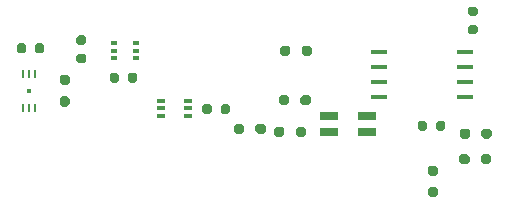
<source format=gtp>
%TF.GenerationSoftware,KiCad,Pcbnew,(5.1.9)-1*%
%TF.CreationDate,2021-02-11T09:32:34-08:00*%
%TF.ProjectId,KNH002rev4,4b4e4830-3032-4726-9576-342e6b696361,rev?*%
%TF.SameCoordinates,Original*%
%TF.FileFunction,Paste,Top*%
%TF.FilePolarity,Positive*%
%FSLAX46Y46*%
G04 Gerber Fmt 4.6, Leading zero omitted, Abs format (unit mm)*
G04 Created by KiCad (PCBNEW (5.1.9)-1) date 2021-02-11 09:32:34*
%MOMM*%
%LPD*%
G01*
G04 APERTURE LIST*
%ADD10R,0.332740X0.424180*%
%ADD11R,0.152400X0.711200*%
%ADD12R,1.498400X0.698400*%
%ADD13R,0.748401X0.298399*%
%ADD14R,1.371600X0.457200*%
%ADD15R,0.548400X0.298400*%
G04 APERTURE END LIST*
D10*
%TO.C,U5*%
X129540000Y-107429300D03*
D11*
X130039999Y-108877100D03*
X129540000Y-108877100D03*
X129040001Y-108877100D03*
X129040001Y-105981500D03*
X129540000Y-105981500D03*
X130039999Y-105981500D03*
%TD*%
%TO.C,R8*%
G36*
G01*
X148737400Y-110849500D02*
X148737400Y-110425300D01*
G75*
G02*
X148949500Y-110213200I212100J0D01*
G01*
X149398700Y-110213200D01*
G75*
G02*
X149610800Y-110425300I0J-212100D01*
G01*
X149610800Y-110849500D01*
G75*
G02*
X149398700Y-111061600I-212100J0D01*
G01*
X148949500Y-111061600D01*
G75*
G02*
X148737400Y-110849500I0J212100D01*
G01*
G37*
G36*
G01*
X146912400Y-110849500D02*
X146912400Y-110425300D01*
G75*
G02*
X147124500Y-110213200I212100J0D01*
G01*
X147573700Y-110213200D01*
G75*
G02*
X147785800Y-110425300I0J-212100D01*
G01*
X147785800Y-110849500D01*
G75*
G02*
X147573700Y-111061600I-212100J0D01*
G01*
X147124500Y-111061600D01*
G75*
G02*
X146912400Y-110849500I0J212100D01*
G01*
G37*
%TD*%
D12*
%TO.C,LED1*%
X154990900Y-110931000D03*
X158190900Y-109531000D03*
X154990900Y-109531000D03*
X158190900Y-110931000D03*
%TD*%
%TO.C,R7*%
G36*
G01*
X152545500Y-108411100D02*
X152545500Y-107986900D01*
G75*
G02*
X152757600Y-107774800I212100J0D01*
G01*
X153206800Y-107774800D01*
G75*
G02*
X153418900Y-107986900I0J-212100D01*
G01*
X153418900Y-108411100D01*
G75*
G02*
X153206800Y-108623200I-212100J0D01*
G01*
X152757600Y-108623200D01*
G75*
G02*
X152545500Y-108411100I0J212100D01*
G01*
G37*
G36*
G01*
X150720500Y-108411100D02*
X150720500Y-107986900D01*
G75*
G02*
X150932600Y-107774800I212100J0D01*
G01*
X151381800Y-107774800D01*
G75*
G02*
X151593900Y-107986900I0J-212100D01*
G01*
X151593900Y-108411100D01*
G75*
G02*
X151381800Y-108623200I-212100J0D01*
G01*
X150932600Y-108623200D01*
G75*
G02*
X150720500Y-108411100I0J212100D01*
G01*
G37*
%TD*%
%TO.C,R6*%
G36*
G01*
X152141000Y-111103500D02*
X152141000Y-110679300D01*
G75*
G02*
X152353100Y-110467200I212100J0D01*
G01*
X152802300Y-110467200D01*
G75*
G02*
X153014400Y-110679300I0J-212100D01*
G01*
X153014400Y-111103500D01*
G75*
G02*
X152802300Y-111315600I-212100J0D01*
G01*
X152353100Y-111315600D01*
G75*
G02*
X152141000Y-111103500I0J212100D01*
G01*
G37*
G36*
G01*
X150316000Y-111103500D02*
X150316000Y-110679300D01*
G75*
G02*
X150528100Y-110467200I212100J0D01*
G01*
X150977300Y-110467200D01*
G75*
G02*
X151189400Y-110679300I0J-212100D01*
G01*
X151189400Y-111103500D01*
G75*
G02*
X150977300Y-111315600I-212100J0D01*
G01*
X150528100Y-111315600D01*
G75*
G02*
X150316000Y-111103500I0J212100D01*
G01*
G37*
%TD*%
%TO.C,C7*%
G36*
G01*
X145039200Y-108741400D02*
X145039200Y-109190600D01*
G75*
G02*
X144839600Y-109390200I-199600J0D01*
G01*
X144440400Y-109390200D01*
G75*
G02*
X144240800Y-109190600I0J199600D01*
G01*
X144240800Y-108741400D01*
G75*
G02*
X144440400Y-108541800I199600J0D01*
G01*
X144839600Y-108541800D01*
G75*
G02*
X145039200Y-108741400I0J-199600D01*
G01*
G37*
G36*
G01*
X146589200Y-108741400D02*
X146589200Y-109190600D01*
G75*
G02*
X146389600Y-109390200I-199600J0D01*
G01*
X145990400Y-109390200D01*
G75*
G02*
X145790800Y-109190600I0J199600D01*
G01*
X145790800Y-108741400D01*
G75*
G02*
X145990400Y-108541800I199600J0D01*
G01*
X146389600Y-108541800D01*
G75*
G02*
X146589200Y-108741400I0J-199600D01*
G01*
G37*
%TD*%
D13*
%TO.C,U4*%
X143002000Y-108252499D03*
X143002000Y-108902500D03*
X143002000Y-109552499D03*
X140751999Y-109552499D03*
X140751999Y-108902500D03*
X140751999Y-108252499D03*
%TD*%
%TO.C,C6*%
G36*
G01*
X130055800Y-104047100D02*
X130055800Y-103597900D01*
G75*
G02*
X130255400Y-103398300I199600J0D01*
G01*
X130654600Y-103398300D01*
G75*
G02*
X130854200Y-103597900I0J-199600D01*
G01*
X130854200Y-104047100D01*
G75*
G02*
X130654600Y-104246700I-199600J0D01*
G01*
X130255400Y-104246700D01*
G75*
G02*
X130055800Y-104047100I0J199600D01*
G01*
G37*
G36*
G01*
X128505800Y-104047100D02*
X128505800Y-103597900D01*
G75*
G02*
X128705400Y-103398300I199600J0D01*
G01*
X129104600Y-103398300D01*
G75*
G02*
X129304200Y-103597900I0J-199600D01*
G01*
X129304200Y-104047100D01*
G75*
G02*
X129104600Y-104246700I-199600J0D01*
G01*
X128705400Y-104246700D01*
G75*
G02*
X128505800Y-104047100I0J199600D01*
G01*
G37*
%TD*%
%TO.C,R5*%
G36*
G01*
X132800100Y-106926200D02*
X132375900Y-106926200D01*
G75*
G02*
X132163800Y-106714100I0J212100D01*
G01*
X132163800Y-106264900D01*
G75*
G02*
X132375900Y-106052800I212100J0D01*
G01*
X132800100Y-106052800D01*
G75*
G02*
X133012200Y-106264900I0J-212100D01*
G01*
X133012200Y-106714100D01*
G75*
G02*
X132800100Y-106926200I-212100J0D01*
G01*
G37*
G36*
G01*
X132800100Y-108751200D02*
X132375900Y-108751200D01*
G75*
G02*
X132163800Y-108539100I0J212100D01*
G01*
X132163800Y-108089900D01*
G75*
G02*
X132375900Y-107877800I212100J0D01*
G01*
X132800100Y-107877800D01*
G75*
G02*
X133012200Y-108089900I0J-212100D01*
G01*
X133012200Y-108539100D01*
G75*
G02*
X132800100Y-108751200I-212100J0D01*
G01*
G37*
%TD*%
%TO.C,C5*%
G36*
G01*
X166907400Y-101835800D02*
X167356600Y-101835800D01*
G75*
G02*
X167556200Y-102035400I0J-199600D01*
G01*
X167556200Y-102434600D01*
G75*
G02*
X167356600Y-102634200I-199600J0D01*
G01*
X166907400Y-102634200D01*
G75*
G02*
X166707800Y-102434600I0J199600D01*
G01*
X166707800Y-102035400D01*
G75*
G02*
X166907400Y-101835800I199600J0D01*
G01*
G37*
G36*
G01*
X166907400Y-100285800D02*
X167356600Y-100285800D01*
G75*
G02*
X167556200Y-100485400I0J-199600D01*
G01*
X167556200Y-100884600D01*
G75*
G02*
X167356600Y-101084200I-199600J0D01*
G01*
X166907400Y-101084200D01*
G75*
G02*
X166707800Y-100884600I0J199600D01*
G01*
X166707800Y-100485400D01*
G75*
G02*
X166907400Y-100285800I199600J0D01*
G01*
G37*
%TD*%
%TO.C,C4*%
G36*
G01*
X164014900Y-110608000D02*
X164014900Y-110158800D01*
G75*
G02*
X164214500Y-109959200I199600J0D01*
G01*
X164613700Y-109959200D01*
G75*
G02*
X164813300Y-110158800I0J-199600D01*
G01*
X164813300Y-110608000D01*
G75*
G02*
X164613700Y-110807600I-199600J0D01*
G01*
X164214500Y-110807600D01*
G75*
G02*
X164014900Y-110608000I0J199600D01*
G01*
G37*
G36*
G01*
X162464900Y-110608000D02*
X162464900Y-110158800D01*
G75*
G02*
X162664500Y-109959200I199600J0D01*
G01*
X163063700Y-109959200D01*
G75*
G02*
X163263300Y-110158800I0J-199600D01*
G01*
X163263300Y-110608000D01*
G75*
G02*
X163063700Y-110807600I-199600J0D01*
G01*
X162664500Y-110807600D01*
G75*
G02*
X162464900Y-110608000I0J199600D01*
G01*
G37*
%TD*%
%TO.C,C3*%
G36*
G01*
X137178200Y-106074400D02*
X137178200Y-106523600D01*
G75*
G02*
X136978600Y-106723200I-199600J0D01*
G01*
X136579400Y-106723200D01*
G75*
G02*
X136379800Y-106523600I0J199600D01*
G01*
X136379800Y-106074400D01*
G75*
G02*
X136579400Y-105874800I199600J0D01*
G01*
X136978600Y-105874800D01*
G75*
G02*
X137178200Y-106074400I0J-199600D01*
G01*
G37*
G36*
G01*
X138728200Y-106074400D02*
X138728200Y-106523600D01*
G75*
G02*
X138528600Y-106723200I-199600J0D01*
G01*
X138129400Y-106723200D01*
G75*
G02*
X137929800Y-106523600I0J199600D01*
G01*
X137929800Y-106074400D01*
G75*
G02*
X138129400Y-105874800I199600J0D01*
G01*
X138528600Y-105874800D01*
G75*
G02*
X138728200Y-106074400I0J-199600D01*
G01*
G37*
%TD*%
%TO.C,C2*%
G36*
G01*
X133760400Y-104274800D02*
X134209600Y-104274800D01*
G75*
G02*
X134409200Y-104474400I0J-199600D01*
G01*
X134409200Y-104873600D01*
G75*
G02*
X134209600Y-105073200I-199600J0D01*
G01*
X133760400Y-105073200D01*
G75*
G02*
X133560800Y-104873600I0J199600D01*
G01*
X133560800Y-104474400D01*
G75*
G02*
X133760400Y-104274800I199600J0D01*
G01*
G37*
G36*
G01*
X133760400Y-102724800D02*
X134209600Y-102724800D01*
G75*
G02*
X134409200Y-102924400I0J-199600D01*
G01*
X134409200Y-103323600D01*
G75*
G02*
X134209600Y-103523200I-199600J0D01*
G01*
X133760400Y-103523200D01*
G75*
G02*
X133560800Y-103323600I0J199600D01*
G01*
X133560800Y-102924400D01*
G75*
G02*
X133760400Y-102724800I199600J0D01*
G01*
G37*
%TD*%
%TO.C,R4*%
G36*
G01*
X163554400Y-115561300D02*
X163978600Y-115561300D01*
G75*
G02*
X164190700Y-115773400I0J-212100D01*
G01*
X164190700Y-116222600D01*
G75*
G02*
X163978600Y-116434700I-212100J0D01*
G01*
X163554400Y-116434700D01*
G75*
G02*
X163342300Y-116222600I0J212100D01*
G01*
X163342300Y-115773400D01*
G75*
G02*
X163554400Y-115561300I212100J0D01*
G01*
G37*
G36*
G01*
X163554400Y-113736300D02*
X163978600Y-113736300D01*
G75*
G02*
X164190700Y-113948400I0J-212100D01*
G01*
X164190700Y-114397600D01*
G75*
G02*
X163978600Y-114609700I-212100J0D01*
G01*
X163554400Y-114609700D01*
G75*
G02*
X163342300Y-114397600I0J212100D01*
G01*
X163342300Y-113948400D01*
G75*
G02*
X163554400Y-113736300I212100J0D01*
G01*
G37*
%TD*%
%TO.C,R3*%
G36*
G01*
X167812900Y-113419900D02*
X167812900Y-112995700D01*
G75*
G02*
X168025000Y-112783600I212100J0D01*
G01*
X168474200Y-112783600D01*
G75*
G02*
X168686300Y-112995700I0J-212100D01*
G01*
X168686300Y-113419900D01*
G75*
G02*
X168474200Y-113632000I-212100J0D01*
G01*
X168025000Y-113632000D01*
G75*
G02*
X167812900Y-113419900I0J212100D01*
G01*
G37*
G36*
G01*
X165987900Y-113419900D02*
X165987900Y-112995700D01*
G75*
G02*
X166200000Y-112783600I212100J0D01*
G01*
X166649200Y-112783600D01*
G75*
G02*
X166861300Y-112995700I0J-212100D01*
G01*
X166861300Y-113419900D01*
G75*
G02*
X166649200Y-113632000I-212100J0D01*
G01*
X166200000Y-113632000D01*
G75*
G02*
X165987900Y-113419900I0J212100D01*
G01*
G37*
%TD*%
%TO.C,R2*%
G36*
G01*
X167861800Y-111248200D02*
X167861800Y-110824000D01*
G75*
G02*
X168073900Y-110611900I212100J0D01*
G01*
X168523100Y-110611900D01*
G75*
G02*
X168735200Y-110824000I0J-212100D01*
G01*
X168735200Y-111248200D01*
G75*
G02*
X168523100Y-111460300I-212100J0D01*
G01*
X168073900Y-111460300D01*
G75*
G02*
X167861800Y-111248200I0J212100D01*
G01*
G37*
G36*
G01*
X166036800Y-111248200D02*
X166036800Y-110824000D01*
G75*
G02*
X166248900Y-110611900I212100J0D01*
G01*
X166698100Y-110611900D01*
G75*
G02*
X166910200Y-110824000I0J-212100D01*
G01*
X166910200Y-111248200D01*
G75*
G02*
X166698100Y-111460300I-212100J0D01*
G01*
X166248900Y-111460300D01*
G75*
G02*
X166036800Y-111248200I0J212100D01*
G01*
G37*
%TD*%
D14*
%TO.C,U1*%
X166497000Y-104140000D03*
X166497000Y-105410000D03*
X166497000Y-106680000D03*
X166497000Y-107950000D03*
X159181800Y-107950000D03*
X159181800Y-106680000D03*
X159181800Y-105410000D03*
X159181800Y-104140000D03*
%TD*%
D15*
%TO.C,U3*%
X136718000Y-104663000D03*
X136718000Y-103363000D03*
X138618000Y-104013000D03*
X136718000Y-104013000D03*
X138618000Y-103363000D03*
X138618000Y-104663000D03*
%TD*%
%TO.C,R1*%
G36*
G01*
X153518700Y-103800900D02*
X153518700Y-104225100D01*
G75*
G02*
X153306600Y-104437200I-212100J0D01*
G01*
X152857400Y-104437200D01*
G75*
G02*
X152645300Y-104225100I0J212100D01*
G01*
X152645300Y-103800900D01*
G75*
G02*
X152857400Y-103588800I212100J0D01*
G01*
X153306600Y-103588800D01*
G75*
G02*
X153518700Y-103800900I0J-212100D01*
G01*
G37*
G36*
G01*
X151693700Y-103800900D02*
X151693700Y-104225100D01*
G75*
G02*
X151481600Y-104437200I-212100J0D01*
G01*
X151032400Y-104437200D01*
G75*
G02*
X150820300Y-104225100I0J212100D01*
G01*
X150820300Y-103800900D01*
G75*
G02*
X151032400Y-103588800I212100J0D01*
G01*
X151481600Y-103588800D01*
G75*
G02*
X151693700Y-103800900I0J-212100D01*
G01*
G37*
%TD*%
M02*

</source>
